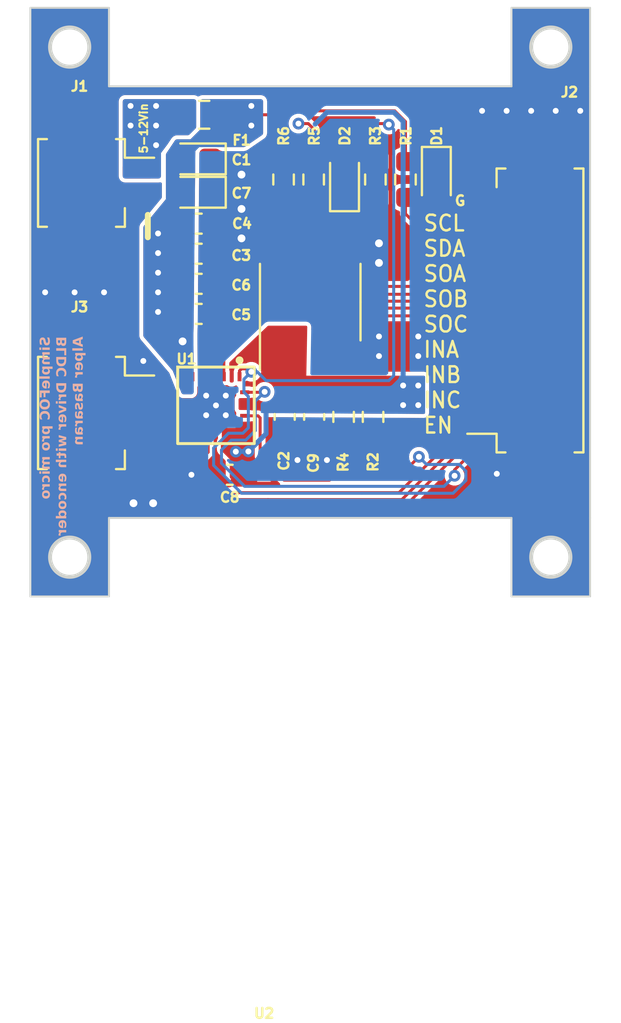
<source format=kicad_pcb>
(kicad_pcb (version 20240108) (generator "pcbnew") (generator_version "8.0")
  (layers (0 "F.Cu" signal) (31 "B.Cu" signal) (34 "B.Paste" user) (35 "F.Paste" user) (36 "B.SilkS" user "B.Silkscreen") (37 "F.SilkS" user "F.Silkscreen") (38 "B.Mask" user) (39 "F.Mask" user) (44 "Edge.Cuts" user))
  (net 0 "")
  (net 1 "GND")
  (net 2 "/Vin_Protected")
  (net 3 "/Motor drive/CS_AREF")
  (net 4 "/Motor drive/CP")
  (net 5 "/Motor drive/GAIN")
  (net 6 "/encoder/SCL")
  (net 7 "/encoder/SDA")
  (net 8 "/Motor drive/SO_C")
  (net 9 "/Motor drive/SO_B")
  (net 10 "/Motor drive/SO_A")
  (net 11 "/Motor drive/IN_C")
  (net 12 "/Motor drive/EN")
  (net 13 "/Motor drive/IN_B")
  (net 14 "/Motor drive/IN_A")
  (net 15 "/Motor drive/MOT_A")
  (net 16 "/Motor drive/MOT_B")
  (net 17 "/Motor drive/MOT_C")
  (net 18 "Net-(J1-Pin_1)")
  (net 19 "Net-(D1-A)")
  (net 20 "Net-(D2-K)")
  (net 21 "Net-(U1-nFault)")
  (footprint "Capacitor_SMD:C_0603_1608Metric_Pad1.08x0.95mm_HandSolder" (layer "F.Cu") (at -5.675 -2.466667 180)
    (property "Reference" "C3" (at -2.1625 -0.09 0) (layer "F.SilkS") (effects (font (size 0.5 0.5) (thickness 0.125))))
    (property "Value" "0.1u 25V")
    (fp_line (start -0.146267 0.51) (end 0.146267 0.51) (stroke (width 0.12)) (layer "F.SilkS"))
    (fp_line (start -0.146267 -0.51) (end 0.146267 -0.51) (stroke (width 0.12)) (layer "F.SilkS"))
    (pad "1" smd roundrect (at -0.8625 0 180) (size 1.075 0.95) (layers "F.Cu" "F.Paste" "F.Mask") (net 1 "GND"))
    (pad "2" smd roundrect (at 0.8625 0 180) (size 1.075 0.95) (layers "F.Cu" "F.Paste" "F.Mask") (net 2 "/Vin_Protected"))
  )
  (footprint "Fuse:Fuse_0805_2012Metric_Pad1.15x1.40mm_HandSolder" (layer "F.Cu") (at -5.4 -9.55)
    (property "Reference" "F1" (at 1.9 1.3 0) (layer "F.SilkS") (effects (font (size 0.5 0.5) (thickness 0.125))))
    (property "Value" "2A")
    (fp_line (start -0.261252 -0.71) (end 0.261252 -0.71) (stroke (width 0.12)) (layer "F.SilkS"))
    (fp_line (start -0.261252 0.71) (end 0.261252 0.71) (stroke (width 0.12)) (layer "F.SilkS"))
    (pad "1" smd roundrect (at -1.025 0) (size 1.15 1.4) (layers "F.Cu" "F.Paste" "F.Mask") (roundrect_rratio 0.217391) (net 18 "Net-(J1-Pin_1)"))
    (pad "2" smd roundrect (at 1.025 0) (size 1.15 1.4) (layers "F.Cu" "F.Paste" "F.Mask") (roundrect_rratio 0.217391) (net 2 "/Vin_Protected"))
  )
  (footprint "Resistor_SMD:R_0603_1608Metric_Pad0.98x0.95mm_HandSolder" (layer "F.Cu") (at 3.318 -6.25 -90)
    (property "Reference" "R3" (at -2.22 -0.004 90) (layer "F.SilkS") (effects (font (size 0.5 0.5) (thickness 0.125))))
    (property "Value" "4.7k")
    (fp_line (start -0.254724 0.5225) (end 0.254724 0.5225) (stroke (width 0.12)) (layer "F.SilkS"))
    (fp_line (start -0.254724 -0.5225) (end 0.254724 -0.5225) (stroke (width 0.12)) (layer "F.SilkS"))
    (pad "1" smd roundrect (at -0.9125 0 270) (size 0.975 0.95) (layers "F.Cu" "F.Paste" "F.Mask") (net 21 "Net-(U1-nFault)"))
    (pad "2" smd roundrect (at 0.9125 0 270) (size 0.975 0.95) (layers "F.Cu" "F.Paste" "F.Mask") (net 20 "Net-(D2-K)"))
  )
  (footprint "Package_SO:SOIC-8_3.9x4.9mm_P1.27mm" (layer "F.Cu") (at 0 0 90)
    (property "Reference" "U2" (at -36.2525 -2.3475 0) (layer "F.SilkS") (effects (font (size 0.5 0.5) (thickness 0.125))))
    (property "Value" "~")
    (fp_line (start 0 -2.56) (end 1.95 -2.56) (stroke (width 0.12)) (layer "F.SilkS"))
    (fp_line (start 0 -2.56) (end -3.45 -2.56) (stroke (width 0.12)) (layer "F.SilkS"))
    (fp_line (start 0 2.56) (end 1.95 2.56) (stroke (width 0.12)) (layer "F.SilkS"))
    (fp_line (start 0 2.56) (end -1.95 2.56) (stroke (width 0.12)) (layer "F.SilkS"))
    (pad "1" smd roundrect (at -2.475 -1.905 90) (size 1.95 0.6) (layers "F.Cu" "F.Paste" "F.Mask") (net 3 "/Motor drive/CS_AREF"))
    (pad "2" smd roundrect (at -2.475 -0.635 90) (size 1.95 0.6) (layers "F.Cu" "F.Paste" "F.Mask") (net 3 "/Motor drive/CS_AREF"))
    (pad "3" smd roundrect (at -2.475 0.635 90) (size 1.95 0.6) (layers "F.Cu" "F.Paste" "F.Mask"))
    (pad "4" smd roundrect (at -2.475 1.905 90) (size 1.95 0.6) (layers "F.Cu" "F.Paste" "F.Mask") (net 1 "GND"))
    (pad "5" smd roundrect (at 2.475 1.905 90) (size 1.95 0.6) (layers "F.Cu" "F.Paste" "F.Mask") (net 1 "GND"))
    (pad "6" smd roundrect (at 2.475 0.635 90) (size 1.95 0.6) (layers "F.Cu" "F.Paste" "F.Mask") (net 6 "/encoder/SCL"))
    (pad "7" smd roundrect (at 2.475 -0.635 90) (size 1.95 0.6) (layers "F.Cu" "F.Paste" "F.Mask") (net 7 "/encoder/SDA"))
    (pad "8" smd roundrect (at 2.475 -1.905 90) (size 1.95 0.6) (layers "F.Cu" "F.Paste" "F.Mask"))
  )
  (footprint "Capacitor_Tantalum_SMD:CP_EIA-1608-08_AVX-J" (layer "F.Cu") (at -5.8125 -7.3 180)
    (property "Reference" "C1" (at -2.3125 -0.05 0) (layer "F.SilkS") (effects (font (size 0.5 0.5) (thickness 0.125))))
    (property "Value" "10u 25V")
    (fp_line (start 0.8 -0.785) (end -1.51 -0.785) (stroke (width 0.12)) (layer "F.SilkS"))
    (fp_line (start -1.51 0.785) (end 0.8 0.785) (stroke (width 0.12)) (layer "F.SilkS"))
    (fp_line (start -1.51 -0.785) (end -1.51 0.785) (stroke (width 0.12)) (layer "F.SilkS"))
    (pad "1" smd roundrect (at -0.7125 0 180) (size 1.075 1.05) (layers "F.Cu" "F.Paste" "F.Mask") (roundrect_rratio 0.238095) (net 1 "GND"))
    (pad "2" smd roundrect (at 0.7125 0 180) (size 1.075 1.05) (layers "F.Cu" "F.Paste" "F.Mask") (roundrect_rratio 0.238095) (net 2 "/Vin_Protected"))
  )
  (footprint "LED_SMD:LED_0603_1608Metric_Pad1.05x0.95mm_HandSolder" (layer "F.Cu") (at 6.422 -6.25 -90)
    (property "Reference" "D1" (at -2.22 -0.016 90) (layer "F.SilkS") (effects (font (size 0.5 0.5) (thickness 0.125))))
    (property "Value" "white")
    (fp_line (start -1.66 0.735) (end 0.8 0.735) (stroke (width 0.12)) (layer "F.SilkS"))
    (fp_line (start -1.66 -0.735) (end -1.66 0.735) (stroke (width 0.12)) (layer "F.SilkS"))
    (fp_line (start 0.8 -0.735) (end -1.66 -0.735) (stroke (width 0.12)) (layer "F.SilkS"))
    (pad "1" smd roundrect (at -0.875 0 270) (size 1.05 0.95) (layers "F.Cu" "F.Paste" "F.Mask") (net 1 "GND"))
    (pad "2" smd roundrect (at 0.875 0 270) (size 1.05 0.95) (layers "F.Cu" "F.Paste" "F.Mask") (net 19 "Net-(D1-A)"))
  )
  (footprint "Resistor_SMD:R_0603_1608Metric_Pad0.98x0.95mm_HandSolder" (layer "F.Cu") (at 3.2 5.85 90)
    (property "Reference" "R2" (at -2.3 0 -90) (layer "F.SilkS") (effects (font (size 0.5 0.5) (thickness 0.125))))
    (property "Value" "5.1k")
    (fp_line (start -0.254724 -0.5225) (end 0.254724 -0.5225) (stroke (width 0.12)) (layer "F.SilkS"))
    (fp_line (start -0.254724 0.5225) (end 0.254724 0.5225) (stroke (width 0.12)) (layer "F.SilkS"))
    (pad "1" smd roundrect (at -0.9125 0 90) (size 0.975 0.95) (layers "F.Cu" "F.Paste" "F.Mask") (net 21 "Net-(U1-nFault)"))
    (pad "2" smd roundrect (at 0.9125 0 90) (size 0.975 0.95) (layers "F.Cu" "F.Paste" "F.Mask") (net 3 "/Motor drive/CS_AREF"))
  )
  (footprint "Capacitor_SMD:C_0603_1608Metric_Pad1.08x0.95mm_HandSolder" (layer "F.Cu") (at -1.3 5.85 90)
    (property "Reference" "C2" (at -2.24 -0.04 -90) (layer "F.SilkS") (effects (font (size 0.5 0.5) (thickness 0.125))))
    (property "Value" "0.1u 6.3V")
    (fp_line (start -0.146267 -0.51) (end 0.146267 -0.51) (stroke (width 0.12)) (layer "F.SilkS"))
    (fp_line (start -0.146267 0.51) (end 0.146267 0.51) (stroke (width 0.12)) (layer "F.SilkS"))
    (pad "1" smd roundrect (at -0.8625 0 90) (size 1.075 0.95) (layers "F.Cu" "F.Paste" "F.Mask") (net 1 "GND"))
    (pad "2" smd roundrect (at 0.8625 0 90) (size 1.075 0.95) (layers "F.Cu" "F.Paste" "F.Mask") (net 3 "/Motor drive/CS_AREF"))
  )
  (footprint "Resistor_SMD:R_0603_1608Metric_Pad0.98x0.95mm_HandSolder" (layer "F.Cu") (at 0.174 -6.25 90)
    (property "Reference" "R5" (at 2.22 0.032 -90) (layer "F.SilkS") (effects (font (size 0.5 0.5) (thickness 0.125))))
    (property "Value" "4.7k")
    (fp_line (start -0.254724 -0.5225) (end 0.254724 -0.5225) (stroke (width 0.12)) (layer "F.SilkS"))
    (fp_line (start -0.254724 0.5225) (end 0.254724 0.5225) (stroke (width 0.12)) (layer "F.SilkS"))
    (pad "1" smd roundrect (at -0.9125 0 90) (size 0.975 0.95) (layers "F.Cu" "F.Paste" "F.Mask") (net 6 "/encoder/SCL"))
    (pad "2" smd roundrect (at 0.9125 0 90) (size 0.975 0.95) (layers "F.Cu" "F.Paste" "F.Mask") (net 3 "/Motor drive/CS_AREF"))
  )
  (footprint "Capacitor_SMD:C_0603_1608Metric_Pad1.08x0.95mm_HandSolder" (layer "F.Cu") (at -5.675 -0.933334 180)
    (property "Reference" "C6" (at -2.1625 -0.07 0) (layer "F.SilkS") (effects (font (size 0.5 0.5) (thickness 0.125))))
    (property "Value" "0.1u 25V")
    (fp_line (start -0.146267 0.51) (end 0.146267 0.51) (stroke (width 0.12)) (layer "F.SilkS"))
    (fp_line (start -0.146267 -0.51) (end 0.146267 -0.51) (stroke (width 0.12)) (layer "F.SilkS"))
    (pad "1" smd roundrect (at -0.8625 0 180) (size 1.075 0.95) (layers "F.Cu" "F.Paste" "F.Mask") (net 1 "GND"))
    (pad "2" smd roundrect (at 0.8625 0 180) (size 1.075 0.95) (layers "F.Cu" "F.Paste" "F.Mask") (net 2 "/Vin_Protected"))
  )
  (footprint "Resistor_SMD:R_0603_1608Metric_Pad0.98x0.95mm_HandSolder" (layer "F.Cu") (at -1.358 -6.25 90)
    (property "Reference" "R6" (at 2.22 0.006 -90) (layer "F.SilkS") (effects (font (size 0.5 0.5) (thickness 0.125))))
    (property "Value" "4.7k")
    (fp_line (start -0.254724 -0.5225) (end 0.254724 -0.5225) (stroke (width 0.12)) (layer "F.SilkS"))
    (fp_line (start -0.254724 0.5225) (end 0.254724 0.5225) (stroke (width 0.12)) (layer "F.SilkS"))
    (pad "1" smd roundrect (at -0.9125 0 90) (size 0.975 0.95) (layers "F.Cu" "F.Paste" "F.Mask") (net 7 "/encoder/SDA"))
    (pad "2" smd roundrect (at 0.9125 0 90) (size 0.975 0.95) (layers "F.Cu" "F.Paste" "F.Mask") (net 3 "/Motor drive/CS_AREF"))
  )
  (footprint "Package_DFN_QFN:IC_DRV8311HRRWR" (layer "F.Cu") (at -4.8 5.265 -90)
    (property "Reference" "U1" (at -2.365 1.5 180) (layer "F.SilkS") (effects (font (size 0.5 0.5) (thickness 0.125))))
    (property "Value" "~")
    (fp_circle (center -2.3 -1.2) (end -2.2 -1.2) (stroke (width 0.2)) (fill none) (layer "F.SilkS"))
    (pad "1" smd roundrect (at -1.465 -1.2 270) (size 0.47 0.2) (layers "F.Cu" "F.Paste") (roundrect_rratio 0.04) (net 21 "Net-(U1-nFault)"))
    (pad "2" smd roundrect (at -1.465 -0.8 270) (size 0.47 0.2) (layers "F.Cu" "F.Paste") (roundrect_rratio 0.04) (net 3 "/Motor drive/CS_AREF"))
    (pad "3" smd roundrect (at -1.465 -0.4 270) (size 0.47 0.2) (layers "F.Cu" "F.Paste") (roundrect_rratio 0.04) (net 8 "/Motor drive/SO_C"))
    (pad "4" smd roundrect (at -1.465 0 270) (size 0.47 0.2) (layers "F.Cu" "F.Paste") (roundrect_rratio 0.04) (net 9 "/Motor drive/SO_B"))
    (pad "5" smd roundrect (at -1.465 0.4 270) (size 0.47 0.2) (layers "F.Cu" "F.Paste") (roundrect_rratio 0.04) (net 10 "/Motor drive/SO_A"))
    (pad "6" smd roundrect (at -1.465 0.8 270) (size 0.47 0.2) (layers "F.Cu" "F.Paste") (roundrect_rratio 0.04) (net 4 "/Motor drive/CP"))
    (pad "7" smd roundrect (at -1.465 1.2 270) (size 0.47 0.2) (layers "F.Cu" "F.Paste") (roundrect_rratio 0.04) (net 2 "/Vin_Protected"))
    (pad "8" smd roundrect (at -0.67 1.465 270) (size 0.2 0.47) (layers "F.Cu" "F.Paste") (roundrect_rratio 0.09) (net 2 "/Vin_Protected"))
    (pad "9" smd roundrect (at -0.27 1.465 270) (size 0.2 0.47) (layers "F.Cu" "F.Paste") (roundrect_rratio 0.09) (net 1 "GND"))
    (pad "10" smd roundrect (at 0.13 1.465 270) (size 0.2 0.47) (layers "F.Cu" "F.Paste") (roundrect_rratio 0.09) (net 15 "/Motor drive/MOT_A"))
    (pad "11" smd roundrect (at 0.53 1.465 270) (size 0.2 0.47) (layers "F.Cu" "F.Paste") (roundrect_rratio 0.09) (net 16 "/Motor drive/MOT_B"))
    (pad "12" smd roundrect (at 0.93 1.465 270) (size 0.2 0.47) (layers "F.Cu" "F.Paste") (roundrect_rratio 0.09) (net 17 "/Motor drive/MOT_C"))
    (pad "13" smd roundrect (at 1.465 1.2 270) (size 0.47 0.2) (layers "F.Cu" "F.Paste") (roundrect_rratio 0.04) (net 11 "/Motor drive/IN_C"))
    (pad "14" smd roundrect (at 1.465 0.8 270) (size 0.47 0.2) (layers "F.Cu" "F.Paste") (roundrect_rratio 0.04) (net 13 "/Motor drive/IN_B"))
    (pad "15" smd roundrect (at 1.465 0.4 270) (size 0.47 0.2) (layers "F.Cu" "F.Paste") (roundrect_rratio 0.04) (net 14 "/Motor drive/IN_A"))
    (pad "16" smd roundrect (at 1.465 0 270) (size 0.47 0.2) (layers "F.Cu" "F.Paste") (roundrect_rratio 0.04) (net 1 "GND"))
    (pad "17" smd roundrect (at 1.465 -0.4 270) (size 0.47 0.2) (layers "F.Cu" "F.Paste") (roundrect_rratio 0.04) (net 3 "/Motor drive/CS_AREF"))
    (pad "18" smd roundrect (at 1.465 -0.8 270) (size 0.47 0.2) (layers "F.Cu" "F.Paste") (roundrect_rratio 0.04) (net 3 "/Motor drive/CS_AREF"))
    (pad "19" smd roundrect (at 1.465 -1.2 270) (size 0.47 0.2) (layers "F.Cu" "F.Paste") (roundrect_rratio 0.04) (net 3 "/Motor drive/CS_AREF"))
    (pad "20" smd roundrect (at 0.93 -1.465 270) (size 0.2 0.47) (layers "F.Cu" "F.Paste") (roundrect_rratio 0.09) (net 3 "/Motor drive/CS_AREF"))
    (pad "21" smd roundrect (at 0.53 -1.465 270) (size 0.2 0.47) (layers "F.Cu" "F.Paste") (roundrect_rratio 0.09) (net 5 "/Motor drive/GAIN"))
    (pad "22" smd roundrect (at 0.13 -1.465 270) (size 0.2 0.47) (layers "F.Cu" "F.Paste") (roundrect_rratio 0.09) (net 3 "/Motor drive/CS_AREF"))
    (pad "23" smd roundrect (at -0.27 -1.465 270) (size 0.2 0.47) (layers "F.Cu" "F.Paste") (roundrect_rratio 0.09) (net 3 "/Motor drive/CS_AREF"))
    (pad "24" smd roundrect (at -0.67 -1.465 270) (size 0.2 0.47) (layers "F.Cu" "F.Paste") (roundrect_rratio 0.09) (net 12 "/Motor drive/EN"))
    (pad "25" thru_hole circle (at -0.5 -0.5 270) (size 0.6 0.6) (drill 0.3) (layers "*.Cu") (net 1 "GND"))
    (pad "25" thru_hole circle (at -0.5 0.5 270) (size 0.6 0.6) (drill 0.3) (layers "*.Cu") (net 1 "GND"))
    (pad "25" thru_hole circle (at 0 0 270) (size 0.6 0.6) (drill 0.3) (layers "*.Cu") (net 1 "GND"))
    (pad "25" smd rect (at 0 0 270) (size 1.9 1.9) (layers "F.Cu" "F.Mask") (net 1 "GND"))
    (pad "25" thru_hole circle (at 0.5 -0.5 270) (size 0.6 0.6) (drill 0.3) (layers "*.Cu") (net 1 "GND"))
    (pad "25" thru_hole circle (at 0.5 0.5 270) (size 0.6 0.6) (drill 0.3) (layers "*.Cu") (net 1 "GND"))
  )
  (footprint "Capacitor_Tantalum_SMD:CP_EIA-1608-08_AVX-J" (layer "F.Cu") (at -5.8125 -5.6 180)
    (property "Reference" "C7" (at -2.3125 -0.05 0) (layer "F.SilkS") (effects (font (size 0.5 0.5) (thickness 0.125))))
    (property "Value" "10u 25V")
    (fp_line (start 0.8 -0.785) (end -1.51 -0.785) (stroke (width 0.12)) (layer "F.SilkS"))
    (fp_line (start -1.51 0.785) (end 0.8 0.785) (stroke (width 0.12)) (layer "F.SilkS"))
    (fp_line (start -1.51 -0.785) (end -1.51 0.785) (stroke (width 0.12)) (layer "F.SilkS"))
    (pad "1" smd roundrect (at -0.7125 0 180) (size 1.075 1.05) (layers "F.Cu" "F.Paste" "F.Mask") (roundrect_rratio 0.238095) (net 1 "GND"))
    (pad "2" smd roundrect (at 0.7125 0 180) (size 1.075 1.05) (layers "F.Cu" "F.Paste" "F.Mask") (roundrect_rratio 0.238095) (net 2 "/Vin_Protected"))
  )
  (footprint "Connector_Molex:Molex_PicoBlade_53261-1071_1x10-1MP_P1.25mm_Horizontal" (layer "F.Cu") (at 11.2 0.425 90)
    (property "Reference" "J2" (at 11.125 2 0) (layer "F.SilkS") (effects (font (size 0.5 0.5) (thickness 0.125))))
    (property "Value" "Conn_01x10")
    (fp_line (start 7.235 -1.71) (end 6.285 -1.71) (stroke (width 0.12)) (layer "F.SilkS"))
    (fp_line (start -6.285 -1.71) (end -6.285 -3.2) (stroke (width 0.12)) (layer "F.SilkS"))
    (fp_line (start -7.235 -1.71) (end -6.285 -1.71) (stroke (width 0.12)) (layer "F.SilkS"))
    (fp_line (start 7.235 -1.26) (end 7.235 -1.71) (stroke (width 0.12)) (layer "F.SilkS"))
    (fp_line (start -7.235 -1.26) (end -7.235 -1.71) (stroke (width 0.12)) (layer "F.SilkS"))
    (fp_line (start -7.235 2.26) (end -7.235 2.71) (stroke (width 0.12)) (layer "F.SilkS"))
    (fp_line (start 7.235 2.71) (end 7.235 2.26) (stroke (width 0.12)) (layer "F.SilkS"))
    (fp_line (start -7.235 2.71) (end 7.235 2.71) (stroke (width 0.12)) (layer "F.SilkS"))
    (pad "1" smd roundrect (at -5.625 -2.4 90) (size 0.8 1.6) (layers "F.Cu" "F.Paste" "F.Mask") (net 12 "/Motor drive/EN"))
    (pad "2" smd roundrect (at -4.375 -2.4 90) (size 0.8 1.6) (layers "F.Cu" "F.Paste" "F.Mask") (net 11 "/Motor drive/IN_C"))
    (pad "3" smd roundrect (at -3.125 -2.4 90) (size 0.8 1.6) (layers "F.Cu" "F.Paste" "F.Mask") (net 13 "/Motor drive/IN_B"))
    (pad "4" smd roundrect (at -1.875 -2.4 90) (size 0.8 1.6) (layers "F.Cu" "F.Paste" "F.Mask") (net 14 "/Motor drive/IN_A"))
    (pad "5" smd roundrect (at -0.625 -2.4 90) (size 0.8 1.6) (layers "F.Cu" "F.Paste" "F.Mask") (net 8 "/Motor drive/SO_C"))
    (pad "6" smd roundrect (at 0.625 -2.4 90) (size 0.8 1.6) (layers "F.Cu" "F.Paste" "F.Mask") (net 9 "/Motor drive/SO_B"))
    (pad "7" smd roundrect (at 1.875 -2.4 90) (size 0.8 1.6) (layers "F.Cu" "F.Paste" "F.Mask") (net 10 "/Motor drive/SO_A"))
    (pad "8" smd roundrect (at 3.125 -2.4 90) (size 0.8 1.6) (layers "F.Cu" "F.Paste" "F.Mask") (net 7 "/encoder/SDA"))
    (pad "9" smd roundrect (at 4.375 -2.4 90) (size 0.8 1.6) (layers "F.Cu" "F.Paste" "F.Mask") (net 6 "/encoder/SCL"))
    (pad "10" smd roundrect (at 5.625 -2.4 90) (size 0.8 1.6) (layers "F.Cu" "F.Paste" "F.Mask") (net 1 "GND"))
    (pad "MP" smd roundrect (at -8.175 0.5 90) (size 2.1 3) (layers "F.Cu" "F.Paste" "F.Mask") (roundrect_rratio 0.119048))
    (pad "MP" smd roundrect (at 8.175 0.5 90) (size 2.1 3) (layers "F.Cu" "F.Paste" "F.Mask") (roundrect_rratio 0.119048))
  )
  (footprint "LED_SMD:LED_0603_1608Metric_Pad1.05x0.95mm_HandSolder" (layer "F.Cu") (at 1.746 -6.295 90)
    (property "Reference" "D2" (at 2.175 0.018 -90) (layer "F.SilkS") (effects (font (size 0.5 0.5) (thickness 0.125))))
    (property "Value" "red")
    (fp_line (start 0.8 -0.735) (end -1.66 -0.735) (stroke (width 0.12)) (layer "F.SilkS"))
    (fp_line (start -1.66 -0.735) (end -1.66 0.735) (stroke (width 0.12)) (layer "F.SilkS"))
    (fp_line (start -1.66 0.735) (end 0.8 0.735) (stroke (width 0.12)) (layer "F.SilkS"))
    (pad "1" smd roundrect (at -0.875 0 90) (size 1.05 0.95) (layers "F.Cu" "F.Paste" "F.Mask") (net 20 "Net-(D2-K)"))
    (pad "2" smd roundrect (at 0.875 0 90) (size 1.05 0.95) (layers "F.Cu" "F.Paste" "F.Mask") (net 3 "/Motor drive/CS_AREF"))
  )
  (footprint "Capacitor_SMD:C_0603_1608Metric_Pad1.08x0.95mm_HandSolder" (layer "F.Cu") (at 0.2 5.85 90)
    (property "Reference" "C9" (at -2.35 -0.04 -90) (layer "F.SilkS") (effects (font (size 0.5 0.5) (thickness 0.125))))
    (property "Value" "0.1u 6.3V")
    (fp_line (start -0.146267 -0.51) (end 0.146267 -0.51) (stroke (width 0.12)) (layer "F.SilkS"))
    (fp_line (start -0.146267 0.51) (end 0.146267 0.51) (stroke (width 0.12)) (layer "F.SilkS"))
    (pad "1" smd roundrect (at -0.8625 0 90) (size 1.075 0.95) (layers "F.Cu" "F.Paste" "F.Mask") (net 1 "GND"))
    (pad "2" smd roundrect (at 0.8625 0 90) (size 1.075 0.95) (layers "F.Cu" "F.Paste" "F.Mask") (net 3 "/Motor drive/CS_AREF"))
  )
  (footprint "Resistor_SMD:R_0603_1608Metric_Pad0.98x0.95mm_HandSolder" (layer "F.Cu") (at 1.7 5.85 90)
    (property "Reference" "R4" (at -2.3125 -0.025 -90) (layer "F.SilkS") (effects (font (size 0.5 0.5) (thickness 0.125))))
    (property "Value" "0")
    (fp_line (start -0.254724 -0.5225) (end 0.254724 -0.5225) (stroke (width 0.12)) (layer "F.SilkS"))
    (fp_line (start -0.254724 0.5225) (end 0.254724 0.5225) (stroke (width 0.12)) (layer "F.SilkS"))
    (pad "1" smd roundrect (at -0.9125 0 90) (size 0.975 0.95) (layers "F.Cu" "F.Paste" "F.Mask") (net 5 "/Motor drive/GAIN"))
    (pad "2" smd roundrect (at 0.9125 0 90) (size 0.975 0.95) (layers "F.Cu" "F.Paste" "F.Mask") (net 3 "/Motor drive/CS_AREF"))
  )
  (footprint "Capacitor_SMD:C_0603_1608Metric_Pad1.08x0.95mm_HandSolder" (layer "F.Cu") (at -5.675 -4 180)
    (property "Reference" "C4" (at -2.2 0 180) (layer "F.SilkS") (effects (font (size 0.5 0.5) (thickness 0.125))))
    (property "Value" "10u 25V")
    (fp_line (start -0.146267 0.51) (end 0.146267 0.51) (stroke (width 0.12)) (layer "F.SilkS"))
    (fp_line (start -0.146267 -0.51) (end 0.146267 -0.51) (stroke (width 0.12)) (layer "F.SilkS"))
    (pad "1" smd roundrect (at -0.8625 0 180) (size 1.075 0.95) (layers "F.Cu" "F.Paste" "F.Mask") (net 1 "GND"))
    (pad "2" smd roundrect (at 0.8625 0 180) (size 1.075 0.95) (layers "F.Cu" "F.Paste" "F.Mask") (net 2 "/Vin_Protected"))
  )
  (footprint "Connector_Molex:Molex_PicoBlade_53261-0271_1x02-1MP_P1.25mm_Horizontal" (layer "F.Cu") (at -11.15 -6.075 -90)
    (property "Reference" "J1" (at -4.925 0.6 0) (layer "F.SilkS") (effects (font (size 0.5 0.5) (thickness 0.125))))
    (property "Value" "Conn_01x02_Pin")
    (fp_line (start -2.235 2.71) (end 2.235 2.71) (stroke (width 0.12)) (layer "F.SilkS"))
    (fp_line (start 2.235 2.71) (end 2.235 2.26) (stroke (width 0.12)) (layer "F.SilkS"))
    (fp_line (start -2.235 2.26) (end -2.235 2.71) (stroke (width 0.12)) (layer "F.SilkS"))
    (fp_line (start -2.235 -1.26) (end -2.235 -1.71) (stroke (width 0.12)) (layer "F.SilkS"))
    (fp_line (start 2.235 -1.26) (end 2.235 -1.71) (stroke (width 0.12)) (layer "F.SilkS"))
    (fp_line (start -2.235 -1.71) (end -1.285 -1.71) (stroke (width 0.12)) (layer "F.SilkS"))
    (fp_line (start -1.285 -1.71) (end -1.285 -3.2) (stroke (width 0.12)) (layer "F.SilkS"))
    (fp_line (start 2.235 -1.71) (end 1.285 -1.71) (stroke (width 0.12)) (layer "F.SilkS"))
    (pad "1" smd roundrect (at -0.625 -2.4 270) (size 0.8 1.6) (layers "F.Cu" "F.Paste" "F.Mask") (net 18 "Net-(J1-Pin_1)"))
    (pad "2" smd roundrect (at 0.625 -2.4 270) (size 0.8 1.6) (layers "F.Cu" "F.Paste" "F.Mask") (net 1 "GND"))
    (pad "MP" smd roundrect (at -3.175 0.5 270) (size 2.1 3) (layers "F.Cu" "F.Paste" "F.Mask") (roundrect_rratio 0.119048))
    (pad "MP" smd roundrect (at 3.175 0.5 270) (size 2.1 3) (layers "F.Cu" "F.Paste" "F.Mask") (roundrect_rratio 0.119048))
  )
  (footprint "Connector_Molex:Molex_PicoBlade_53261-0371_1x03-1MP_P1.25mm_Horizontal" (layer "F.Cu") (at -11.15 5.65 -90)
    (property "Reference" "J3" (at -5.4 0.6 180) (layer "F.SilkS") (effects (font (size 0.5 0.5) (thickness 0.125))))
    (property "Value" "Conn_01x03")
    (fp_line (start -2.86 2.71) (end 2.86 2.71) (stroke (width 0.12)) (layer "F.SilkS"))
    (fp_line (start 2.86 2.71) (end 2.86 2.26) (stroke (width 0.12)) (layer "F.SilkS"))
    (fp_line (start -2.86 2.26) (end -2.86 2.71) (stroke (width 0.12)) (layer "F.SilkS"))
    (fp_line (start -2.86 -1.26) (end -2.86 -1.71) (stroke (width 0.12)) (layer "F.SilkS"))
    (fp_line (start 2.86 -1.26) (end 2.86 -1.71) (stroke (width 0.12)) (layer "F.SilkS"))
    (fp_line (start -2.86 -1.71) (end -1.91 -1.71) (stroke (width 0.12)) (layer "F.SilkS"))
    (fp_line (start -1.91 -1.71) (end -1.91 -3.2) (stroke (width 0.12)) (layer "F.SilkS"))
    (fp_line (start 2.86 -1.71) (end 1.91 -1.71) (stroke (width 0.12)) (layer "F.SilkS"))
    (pad "1" smd roundrect (at -1.25 -2.4 270) (size 0.8 1.6) (layers "F.Cu" "F.Paste" "F.Mask") (net 15 "/Motor drive/MOT_A"))
    (pad "2" smd roundrect (at 0 -2.4 270) (size 0.8 1.6) (layers "F.Cu" "F.Paste" "F.Mask") (net 16 "/Motor drive/MOT_B"))
    (pad "3" smd roundrect (at 1.25 -2.4 270) (size 0.8 1.6) (layers "F.Cu" "F.Paste" "F.Mask") (net 17 "/Motor drive/MOT_C"))
    (pad "MP" smd roundrect (at -3.8 0.5 270) (size 2.1 3) (layers "F.Cu" "F.Paste" "F.Mask") (roundrect_rratio 0.119048))
    (pad "MP" smd roundrect (at 3.8 0.5 270) (size 2.1 3) (layers "F.Cu" "F.Paste" "F.Mask") (roundrect_rratio 0.119048))
  )
  (footprint "Resistor_SMD:R_0603_1608Metric_Pad0.98x0.95mm_HandSolder" (layer "F.Cu") (at 4.85 -6.25 90)
    (property "Reference" "R1" (at 2.22 0.03 -90) (layer "F.SilkS") (effects (font (size 0.5 0.5) (thickness 0.125))))
    (property "Value" "1k")
    (fp_line (start -0.254724 -0.5225) (end 0.254724 -0.5225) (stroke (width 0.12)) (layer "F.SilkS"))
    (fp_line (start -0.254724 0.5225) (end 0.254724 0.5225) (stroke (width 0.12)) (layer "F.SilkS"))
    (pad "1" smd roundrect (at -0.9125 0 90) (size 0.975 0.95) (layers "F.Cu" "F.Paste" "F.Mask") (net 19 "Net-(D1-A)"))
    (pad "2" smd roundrect (at 0.9125 0 90) (size 0.975 0.95) (layers "F.Cu" "F.Paste" "F.Mask") (net 2 "/Vin_Protected"))
  )
  (footprint "Capacitor_SMD:C_0603_1608Metric_Pad1.08x0.95mm_HandSolder" (layer "F.Cu") (at -5.675 0.6)
    (property "Reference" "C5" (at 2.1625 0.05 180) (layer "F.SilkS") (effects (font (size 0.5 0.5) (thickness 0.125))))
    (property "Value" "0.1u 25V")
    (fp_line (start -0.146267 -0.51) (end 0.146267 -0.51) (stroke (width 0.12)) (layer "F.SilkS"))
    (fp_line (start -0.146267 0.51) (end 0.146267 0.51) (stroke (width 0.12)) (layer "F.SilkS"))
    (pad "1" smd roundrect (at -0.8625 0) (size 1.075 0.95) (layers "F.Cu" "F.Paste" "F.Mask") (net 2 "/Vin_Protected"))
    (pad "2" smd roundrect (at 0.8625 0) (size 1.075 0.95) (layers "F.Cu" "F.Paste" "F.Mask") (net 4 "/Motor drive/CP"))
  )
  (footprint "Capacitor_SMD:C_0603_1608Metric_Pad1.08x0.95mm_HandSolder" (layer "F.Cu") (at -4.1 8.8)
    (property "Reference" "C8" (at 0 1.15 0) (layer "F.SilkS") (effects (font (size 0.5 0.5) (thickness 0.125))))
    (property "Value" "7uf 6.3v")
    (fp_line (start -0.146267 -0.51) (end 0.146267 -0.51) (stroke (width 0.12)) (layer "F.SilkS"))
    (fp_line (start -0.146267 0.51) (end 0.146267 0.51) (stroke (width 0.12)) (layer "F.SilkS"))
    (pad "1" smd roundrect (at -0.8625 0) (size 1.075 0.95) (layers "F.Cu" "F.Paste" "F.Mask") (net 1 "GND"))
    (pad "2" smd roundrect (at 0.8625 0) (size 1.075 0.95) (layers "F.Cu" "F.Paste" "F.Mask") (net 3 "/Motor drive/CS_AREF"))
  )
  (gr_rect (start -6.75 3.31) (end -2.85 7.21) (stroke (width 0.15)) (fill none) (layer "F.SilkS"))
  (gr_line (start -10.25 15) (end -14.25 15) (stroke (width 0.1)) (layer "Edge.Cuts"))
  (gr_circle (center 12.25 -13) (end 13.25 -13) (stroke (width 0.2)) (fill none) (layer "Edge.Cuts"))
  (gr_line (start -14.25 -15) (end -14.25 15) (stroke (width 0.1)) (layer "Edge.Cuts"))
  (gr_line (start -14.25 -15) (end -10.25 -15) (stroke (width 0.1)) (layer "Edge.Cuts"))
  (gr_line (start -10.25 -11) (end 10.25 -11) (stroke (width 0.1)) (layer "Edge.Cuts"))
  (gr_line (start 10.25 -11) (end 10.25 -15) (stroke (width 0.1)) (layer "Edge.Cuts"))
  (gr_circle (center -12.25 -13) (end -11.25 -13) (stroke (width 0.2)) (fill none) (layer "Edge.Cuts"))
  (gr_line (start 10.25 -15) (end 14.25 -15) (stroke (width 0.1)) (layer "Edge.Cuts"))
  (gr_line (start 14.25 11) (end 14.25 15) (stroke (width 0.1)) (layer "Edge.Cuts"))
  (gr_line (start -10.25 11) (end 10.25 11) (stroke (width 0.1)) (layer "Edge.Cuts"))
  (gr_line (start -10.25 -15) (end -10.25 -11) (stroke (width 0.1)) (layer "Edge.Cuts"))
  (gr_circle (center 12.25 13) (end 11.25 13) (stroke (width 0.2)) (fill none) (layer "Edge.Cuts"))
  (gr_circle (center -12.25 13) (end -11.25 13) (stroke (width 0.2)) (fill none) (layer "Edge.Cuts"))
  (gr_line (start 14.25 11) (end 14.25 -11) (stroke (width 0.1)) (layer "Edge.Cuts"))
  (gr_line (start 10.25 15) (end 10.25 11) (stroke (width 0.1)) (layer "Edge.Cuts"))
  (gr_line (start 14.25 15) (end 10.25 15) (stroke (width 0.1)) (layer "Edge.Cuts"))
  (gr_line (start -10.25 15) (end -10.25 11) (stroke (width 0.1)) (layer "Edge.Cuts"))
  (gr_line (start 14.25 -15) (end 14.25 -11) (stroke (width 0.1)) (layer "Edge.Cuts"))
  (gr_text "SimpleFOC pro micro\nBLDC Driver with encoder\nAlper Basaran" (at -11.5 1.75 90) (layer "B.SilkS") (effects (font (size 0.5 0.5) (thickness 0.125) (bold yes)) (justify left bottom mirror)))
  (gr_text "\nSCL\nSDA\nSOA\nSOB\nSOC\nINA\nINB\nINC\nEN" (at 5.7 6.75 0) (layer "F.SilkS") (effects (font (size 0.8 0.75) (thickness 0.125) (bold yes)) (justify left bottom)))
  (gr_text "-" (at -7.5 -2.75 90) (layer "F.SilkS") (effects (font (size 1.5 1.5) (thickness 0.3) (bold yes)) (justify left bottom)))
  (gr_text "5-12Vin" (at -8.25 -7.525 90) (layer "F.SilkS") (effects (font (size 0.4 0.4) (thickness 0.1) (bold yes)) (justify left bottom)))
  (gr_text "G" (at 7.3 -4.875 0) (layer "F.SilkS") (effects (font (size 0.5 0.5) (thickness 0.125) (bold yes)) (justify left bottom)))
  (segment (start -4.9625 8.8) (end -6.05 8.8) (width 0.1524) (layer "F.Cu") (net 1))
  (via (at 3.5 -2) (size 0.8) (drill 0.4) (layers "F.Cu" "B.Cu") (net 1))
  (via (at -8 10.25) (size 0.8) (drill 0.4) (layers "F.Cu" "B.Cu") (net 1))
  (via (at -13.5 -0.5) (size 0.6) (drill 0.3) (layers "F.Cu" "B.Cu") (net 1))
  (via (at 3.5 2.75) (size 0.6) (drill 0.3) (layers "F.Cu" "B.Cu") (net 1))
  (via (at -9 10.25) (size 0.8) (drill 0.4) (layers "F.Cu" "B.Cu") (net 1))
  (via (at 10 -9.75) (size 0.6) (drill 0.3) (layers "F.Cu" "B.Cu") (net 1))
  (via (at 9.5 8.75) (size 0.6) (drill 0.3) (layers "F.Cu" "B.Cu") (net 1))
  (via (at -3.5 -3.25) (size 0.8) (drill 0.4) (layers "F.Cu" "B.Cu") (net 1))
  (via (at -3.5 -4.75) (size 0.8) (drill 0.4) (layers "F.Cu" "B.Cu") (net 1))
  (via (at 0.85 8.05) (size 0.6) (drill 0.3) (layers "F.Cu" "B.Cu") (net 1))
  (via (at 3.5 1.75) (size 0.6) (drill 0.3) (layers "F.Cu" "B.Cu") (net 1))
  (via (at -0.65 8.05) (size 0.6) (drill 0.3) (layers "F.Cu" "B.Cu") (net 1))
  (via (at -12 -0.5) (size 0.6) (drill 0.3) (layers "F.Cu" "B.Cu") (net 1))
  (via (at 11.25 -9.75) (size 0.6) (drill 0.3) (layers "F.Cu" "B.Cu") (net 1))
  (via (at 13.75 -9.75) (size 0.6) (drill 0.3) (layers "F.Cu" "B.Cu") (net 1))
  (via (at -10.5 -0.5) (size 0.6) (drill 0.3) (layers "F.Cu" "B.Cu") (net 1))
  (via (at 5.5 2.75) (size 0.6) (drill 0.3) (layers "F.Cu" "B.Cu") (net 1))
  (via (at -8.5 3) (size 0.6) (drill 0.3) (layers "F.Cu" "B.Cu") (net 1))
  (via (at 12.5 -9.75) (size 0.6) (drill 0.3) (layers "F.Cu" "B.Cu") (net 1))
  (via (at 3.5 -3) (size 0.8) (drill 0.4) (layers "F.Cu" "B.Cu") (net 1))
  (via (at 8.75 -9.75) (size 0.6) (drill 0.3) (layers "F.Cu" "B.Cu") (net 1))
  (via (at -6.05 8.8) (size 0.6) (drill 0.3) (layers "F.Cu" "B.Cu") (net 1))
  (via (at -3.5 -6.5) (size 0.8) (drill 0.4) (layers "F.Cu" "B.Cu") (net 1))
  (via (at 5.5 1.75) (size 0.6) (drill 0.3) (layers "F.Cu" "B.Cu") (net 1))
  (segment (start -1.95 -9.55) (end -1.75 -9.75) (width 0.1524) (layer "F.Cu") (net 2))
  (segment (start -1.75 -9.75) (end -1.65 -9.75) (width 0.1524) (layer "F.Cu") (net 2))
  (segment (start 4.3 -9.75) (end 4.85 -9.2) (width 0.1524) (layer "F.Cu") (net 2))
  (segment (start -4.375 -9.55) (end -1.95 -9.55) (width 0.1524) (layer "F.Cu") (net 2))
  (segment (start 4.85 -9.2) (end 4.85 -7.1625) (width 0.1524) (layer "F.Cu") (net 2))
  (segment (start -1.65 -9.75) (end 4.3 -9.75) (width 0.1524) (layer "F.Cu") (net 2))
  (via (at -7.75 -0.5) (size 0.6) (drill 0.3) (layers "F.Cu" "B.Cu") (net 2))
  (via (at -3 -10) (size 0.6) (drill 0.3) (layers "F.Cu" "B.Cu") (net 2))
  (via (at -6.5 2) (size 0.8) (drill 0.4) (layers "F.Cu" "B.Cu") (net 2))
  (via (at -7.75 -1.5) (size 0.6) (drill 0.3) (layers "F.Cu" "B.Cu") (net 2))
  (via (at -7.75 -3.5) (size 0.6) (drill 0.3) (layers "F.Cu" "B.Cu") (net 2))
  (via (at -7.75 0.5) (size 0.6) (drill 0.3) (layers "F.Cu" "B.Cu") (net 2))
  (via (at -7.75 -2.5) (size 0.6) (drill 0.3) (layers "F.Cu" "B.Cu") (net 2))
  (via (at -3 -9) (size 0.6) (drill 0.3) (layers "F.Cu" "B.Cu") (net 2))
  (segment (start -2.343691 8.623691) (end -1.656082 9.3113) (width 0.25) (layer "F.Cu") (net 3))
  (segment (start 0 -8.4) (end 0.2 -8.4) (width 0.1524) (layer "F.Cu") (net 3))
  (segment (start -1.2 -8.4) (end -0.95 -8.4) (width 0.1524) (layer "F.Cu") (net 3))
  (segment (start -0.1 -9.1) (end -0.6 -9.1) (width 0.1524) (layer "F.Cu") (net 3))
  (segment (start 1.746 -8.204) (end 1.746 -7.17) (width 0.1524) (layer "F.Cu") (net 3))
  (segment (start -2.895153 8.072229) (end -1.656082 9.3113) (width 0.25) (layer "F.Cu") (net 3))
  (segment (start 1.55 -8.4) (end 1.746 -8.204) (width 0.1524) (layer "F.Cu") (net 3))
  (segment (start -4.1 9.277076) (end -4.134224 9.3113) (width 0.25) (layer "F.Cu") (net 3))
  (segment (start -0.95 -8.4) (end 0 -8.4) (width 0.1524) (layer "F.Cu") (net 3))
  (segment (start 0.2 -8.4) (end 0.2 -8.8) (width 0.1524) (layer "F.Cu") (net 3))
  (segment (start -2.523691 8.623691) (end -2.343691 8.623691) (width 0.25) (layer "F.Cu") (net 3))
  (segment (start -1.690306 9.277076) (end -4.1 9.277076) (width 0.25) (layer "F.Cu") (net 3))
  (segment (start -1.656082 9.3113) (end -1.690306 9.277076) (width 0.25) (layer "F.Cu") (net 3))
  (segment (start -1.358 -8.242) (end -1.2 -8.4) (width 0.1524) (layer "F.Cu") (net 3))
  (segment (start -4.134224 9.3113) (end -2.895153 8.072229) (width 0.25) (layer "F.Cu") (net 3))
  (segment (start -1.358 -7.1625) (end -1.358 -8.242) (width 0.1524) (layer "F.Cu") (net 3))
  (segment (start -3.2375 8.8) (end -2.7 8.8) (width 0.25) (layer "F.Cu") (net 3))
  (segment (start 0.2 -8.4) (end 1.55 -8.4) (width 0.1524) (layer "F.Cu") (net 3))
  (segment (start -2.7 8.8) (end -2.523691 8.623691) (width 0.25) (layer "F.Cu") (net 3))
  (segment (start 0.2 -8.8) (end -0.1 -9.1) (width 0.1524) (layer "F.Cu") (net 3))
  (via (at 5.5 5.25) (size 0.6) (drill 0.3) (layers "F.Cu" "B.Cu") (net 3))
  (via (at 4.73 4.25) (size 0.6) (drill 0.3) (layers "F.Cu" "B.Cu") (net 3))
  (via (at 5.5 4.25) (size 0.6) (drill 0.3) (layers "F.Cu" "B.Cu") (net 3))
  (via (at -0.6 -9.1) (size 0.6) (drill 0.3) (layers "F.Cu" "B.Cu") (net 3))
  (via (at -3.15 7.61) (size 0.6) (drill 0.3) (layers "F.Cu" "B.Cu") (net 3))
  (via (at 4.73 5.25) (size 0.6) (drill 0.3) (layers "F.Cu" "B.Cu") (net 3))
  (via (at -3.79 7.62) (size 0.6) (drill 0.3) (layers "F.Cu" "B.Cu") (net 3))
  (segment (start 4.73 3.25) (end 4.73 -9.206712) (width 0.254) (layer "B.Cu") (net 3))
  (segment (start -3.25 7.6) (end -3.35 7.6) (width 0.1524) (layer "B.Cu") (net 3))
  (segment (start -3.78 7.61) (end -3.79 7.62) (width 0.254) (layer "B.Cu") (net 3))
  (segment (start -2.963 7.423) (end -3.15 7.61) (width 0.254) (layer "B.Cu") (net 3))
  (segment (start 4.73 -9.206712) (end 4.343356 -9.593356) (width 0.254) (layer "B.Cu") (net 3))
  (segment (start 4.343356 -9.593356) (end 4.259712 -9.677) (width 0.254) (layer "B.Cu") (net 3))
  (segment (start 4.259712 -9.677) (end 0.8532 -9.677) (width 0.254) (layer "B.Cu") (net 3))
  (segment (start -3.15 7.61) (end -2.25 6.71) (width 0.254) (layer "B.Cu") (net 3))
  (segment (start -2.25 6.71) (end -2.25 5.5) (width 0.254) (layer "B.Cu") (net 3))
  (segment (start 4.73 3.25) (end 4.73 4.25) (width 0.254) (layer "B.Cu") (net 3))
  (segment (start 0.8532 -9.677) (end 0.25 -9.0738) (width 0.254) (layer "B.Cu") (net 3))
  (segment (start -3.15 7.61) (end -3.78 7.61) (width 0.254) (layer "B.Cu") (net 3))
  (segment (start -0.8 9.075) (end -1.325 9.075) (width 0.1524) (layer "F.Cu") (net 5))
  (segment (start -2.6574 5.795) (end -3.335 5.795) (width 0.1524) (layer "F.Cu") (net 5))
  (segment (start -2.5524 5.9) (end -2.6574 5.795) (width 0.1524) (layer "F.Cu") (net 5))
  (segment (start -2.5524 7.8476) (end -2.5524 5.9) (width 0.1524) (layer "F.Cu") (net 5))
  (segment (start 0.975 9.075) (end 1.7 8.35) (width 0.1524) (layer "F.Cu") (net 5))
  (segment (start -1.325 9.075) (end -2.5524 7.8476) (width 0.1524) (layer "F.Cu") (net 5))
  (segment (start -0.8 9.075) (end 0.975 9.075) (width 0.1524) (layer "F.Cu") (net 5))
  (segment (start 1.7 8.35) (end 1.7 6.7625) (width 0.1524) (layer "F.Cu") (net 5))
  (segment (start 0.635 -2.475) (end 0.635 -1.115) (width 0.1524) (layer "F.Cu") (net 6))
  (segment (start 0.174 -4.326) (end 0.635 -3.865) (width 0.1524) (layer "F.Cu") (net 6))
  (segment (start 0.635 -1.115) (end 0.95 -0.8) (width 0.1524) (layer "F.Cu") (net 6))
  (segment (start 5.101632 -0.8) (end 7.4125 -3.110868) (width 0.1524) (layer "F.Cu") (net 6))
  (segment (start 7.75 -3.875) (end 8.85 -3.875) (width 0.1524) (layer "F.Cu") (net 6))
  (segment (start 0.635 -3.865) (end 0.635 -2.475) (width 0.1524) (layer "F.Cu") (net 6))
  (segment (start 7.4125 -3.5375) (end 7.75 -3.875) (width 0.1524) (layer "F.Cu") (net 6))
  (segment (start 0.95 -0.8) (end 5.101632 -0.8) (width 0.1524) (layer "F.Cu") (net 6))
  (segment (start 7.4125 -3.110868) (end 7.4125 -3.5375) (width 0.1524) (layer "F.Cu") (net 6))
  (segment (start 0.174 -5.3375) (end 0.174 -4.326) (width 0.1524) (layer "F.Cu") (net 6))
  (segment (start -0.635 -0.885) (end -0.15 -0.4) (width 0.1524) (layer "F.Cu") (net 7))
  (segment (start 7.425 -2.625) (end 8.85 -2.625) (width 0.1524) (layer "F.Cu") (net 7))
  (segment (start -0.15 -0.4) (end 5.2 -0.4) (width 0.1524) (layer "F.Cu") (net 7))
  (segment (start 5.2 -0.4) (end 7.425 -2.625) (width 0.1524) (layer "F.Cu") (net 7))
  (segment (start -1.358 -4.308) (end -1.358 -5.3375) (width 0.1524) (layer "F.Cu") (net 7))
  (segment (start -0.635 -3.585) (end -1.358 -4.308) (width 0.1524) (layer "F.Cu") (net 7))
  (segment (start -0.635 -2.475) (end -0.635 -3.585) (width 0.1524) (layer "F.Cu") (net 7))
  (segment (start -0.635 -2.475) (end -0.635 -0.885) (width 0.1524) (layer "F.Cu") (net 7))
  (segment (start -2.25 0.7) (end -2.725 1.175) (width 0.1524) (layer "F.Cu") (net 8))
  (segment (start -0.796831 0.7) (end 7.125 0.7) (width 0.1524) (layer "F.Cu") (net 8))
  (segment (start -4.4 3.8) (end -4.4 2.85) (width 0.1524) (layer "F.Cu") (net 8))
  (segment (start 7.125 0.7) (end 7.55 1.125) (width 0.1524) (layer "F.Cu") (net 8))
  (segment (start 7.55 1.125) (end 8.85 1.125) (width 0.1524) (layer "F.Cu") (net 8))
  (segment (start -4.4 2.85) (end -2.725 1.175) (width 0.1524) (layer "F.Cu") (net 8))
  (segment (start -0.796831 0.7) (end -2.25 0.7) (width 0.1524) (layer "F.Cu") (net 8))
  (segment (start 8.85 -0.125) (end 6.075 -0.125) (width 0.1524) (layer "F.Cu") (net 9))
  (segment (start 6.075 -0.125) (end 5.6452 0.3048) (width 0.1524) (layer "F.Cu") (net 9))
  (segment (start 5.6452 0.3048) (end -2.353168 0.3048) (width 0.1524) (layer "F.Cu") (net 9))
  (segment (start -4.8 2.751632) (end -4.8 3.8) (width 0.1524) (layer "F.Cu") (net 9))
  (segment (start -2.353168 0.3048) (end -4.8 2.751632) (width 0.1524) (layer "F.Cu") (net 9))
  (segment (start -5.2 3.8) (end -5.2 2.8) (width 0.1524) (layer "F.Cu") (net 10))
  (segment (start -5.2 2.653264) (end -5.2 2.8) (width 0.1524) (layer "F.Cu") (net 10))
  (segment (start -2.499136 -0.0476) (end -5.2 2.653264) (width 0.1524) (layer "F.Cu") (net 10))
  (segment (start 6.775 -1.375) (end 8.85 -1.375) (width 0.1524) (layer "F.Cu") (net 10))
  (segment (start 5.4476 -0.0476) (end -2.499136 -0.0476) (width 0.1524) (layer "F.Cu") (net 10))
  (segment (start -5.2 2.8) (end -5.2 2.65) (width 0.1524) (layer "F.Cu") (net 10))
  (segment (start 5.4476 -0.0476) (end 6.775 -1.375) (width 0.1524) (layer "F.Cu") (net 10))
  (segment (start -6 7.05) (end -6.0048 7.05) (width 0.1524) (layer "F.Cu") (net 11))
  (segment (start 7.7738 7.455998) (end 7.7738 5.15) (width 0.1524) (layer "F.Cu") (net 11))
  (segment (start 4.812498 10.4173) (end 7.7738 7.455998) (width 0.1524) (layer "F.Cu") (net 11))
  (segment (start -6.25 7.2952) (end -6.88033 7.2952) (width 0.1524) (layer "F.Cu") (net 11))
  (segment (start -7.4048 7.81967) (end -7.4048 9.291936) (width 0.1524) (layer "F.Cu") (net 11))
  (segment (start 8.0488 4.875) (end 8.85 4.875) (width 0.1524) (layer "F.Cu") (net 11))
  (segment (start -6.279438 10.4173) (end 4.812498 10.4173) (width 0.1524) (layer "F.Cu") (net 11))
  (segment (start -6.0048 7.05) (end -6.25 7.2952) (width 0.1524) (layer "F.Cu") (net 11))
  (segment (start -6 6.73) (end -6 7.05) (width 0.1524) (layer "F.Cu") (net 11))
  (segment (start -6.88033 7.2952) (end -7.4048 7.81967) (width 0.1524) (layer "F.Cu") (net 11))
  (segment (start 7.7738 5.15) (end 8.0488 4.875) (width 0.1524) (layer "F.Cu") (net 11))
  (segment (start -7.4048 9.291936) (end -6.279438 10.4173) (width 0.1524) (layer "F.Cu") (net 11))
  (segment (start 8.5 7.4) (end 7.35 8.55) (width 0.1524) (layer "F.Cu") (net 12))
  (segment (start -3.335 4.595) (end -2.344718 4.595) (width 0.1524) (layer "F.Cu") (net 12))
  (segment (start 8.85 6.125) (end 8.85 7.05) (width 0.1524) (layer "F.Cu") (net 12))
  (segment (start 8.85 7.05) (end 8.5 7.4) (width 0.1524) (layer "F.Cu") (net 12))
  (segment (start -2.344718 4.595) (end -2.321469 4.571751) (width 0.1524) (layer "F.Cu") (net 12))
  (segment (start 7.35 8.55) (end 7.35 8.85) (width 0.1524) (layer "F.Cu") (net 12))
  (via (at 7.35 8.85) (size 0.6) (drill 0.3) (layers "F.Cu" "B.Cu") (net 12))
  (via (at -2.321469 4.571751) (size 0.6) (drill 0.3) (layers "F.Cu" "B.Cu") (net 12))
  (segment (start -4.01867 7.0338) (end -4.52 7.53513) (width 0.1524) (layer "B.Cu") (net 12))
  (segment (start 6.81 9.39) (end 7.35 8.85) (width 0.1524) (layer "B.Cu") (net 12))
  (segment (start -3.2838 7.0338) (end -4.01867 7.0338) (width 0.1524) (layer "B.Cu") (net 12))
  (segment (start -2.8 5.050282) (end -2.321469 4.571751) (width 0.1524) (layer "B.Cu") (net 12))
  (segment (start -2.8 6.55) (end -3.2838 7.0338) (width 0.1524) (layer "B.Cu") (net 12))
  (segment (start -4.52 8.21) (end -3.34 9.39) (width 0.1524) (layer "B.Cu") (net 12))
  (segment (start -4.52 7.53513) (end -4.52 8.21) (width 0.1524) (layer "B.Cu") (net 12))
  (segment (start -2.8 6.55) (end -2.8 5.050282) (width 0.1524) (layer "B.Cu") (net 12))
  (segment (start -3.34 9.39) (end 6.81 9.39) (width 0.1524) (layer "B.Cu") (net 12))
  (segment (start -7.0524 9.145968) (end -6.386684 9.811684) (width 0.1524) (layer "F.Cu") (net 13))
  (segment (start 5.003215 9.728215) (end 7.3536 7.37783) (width 0.1524) (layer "F.Cu") (net 13))
  (segment (start 7.3536 4.25) (end 7.9786 3.625) (width 0.1524) (layer "F.Cu") (net 13))
  (segment (start 4.66653 10.0649) (end 5.003215 9.728215) (width 0.1524) (layer "F.Cu") (net 13))
  (segment (start 7.3536 7.37783) (end 7.3536 4.25) (width 0.1524) (layer "F.Cu") (net 13))
  (segment (start -7.0524 8.1) (end -7.0524 9.145968) (width 0.1524) (layer "F.Cu") (net 13))
  (segment (start -5.6 7.3) (end -5.9476 7.6476) (width 0.1524) (layer "F.Cu") (net 13))
  (segment (start 7.9786 3.625) (end 8.85 3.625) (width 0.1524) (layer "F.Cu") (net 13))
  (segment (start -5.6 6.73) (end -5.6 7.3) (width 0.1524) (layer "F.Cu") (net 13))
  (segment (start -6.133469 10.0649) (end -2.15 10.0649) (width 0.1524) (layer "F.Cu") (net 13))
  (segment (start -6.6 7.6476) (end -7.0524 8.1) (width 0.1524) (layer "F.Cu") (net 13))
  (segment (start -6.386684 9.811684) (end -6.133469 10.0649) (width 0.1524) (layer "F.Cu") (net 13))
  (segment (start -5.9476 7.6476) (end -6.6 7.6476) (width 0.1524) (layer "F.Cu") (net 13))
  (segment (start -2.15 10.0649) (end 4.66653 10.0649) (width 0.1524) (layer "F.Cu") (net 13))
  (segment (start -5.2 6.73) (end -5.2 7.648368) (width 0.1524) (layer "F.Cu") (net 14))
  (segment (start -6.45 8) (end -6.7 8.25) (width 0.1524) (layer "F.Cu") (net 14))
  (segment (start -5.2 7.648368) (end -5.551632 8) (width 0.1524) (layer "F.Cu") (net 14))
  (segment (start -5.551632 8) (end -6.45 8) (width 0.1524) (layer "F.Cu") (net 14))
  (segment (start -5.9875 9.7125) (end 4.520562 9.7125) (width 0.1524) (layer "F.Cu") (net 14))
  (segment (start 4.520562 9.7125) (end 7.0012 7.231862) (width 0.1524) (layer "F.Cu") (net 14))
  (segment (start 7.0012 7.231862) (end 7.0012 3.6) (width 0.1524) (layer "F.Cu") (net 14))
  (segment (start 7.0012 3.6) (end 8.2262 2.375) (width 0.1524) (layer "F.Cu") (net 14))
  (segment (start -6.7 9) (end -5.9875 9.7125) (width 0.1524) (layer "F.Cu") (net 14))
  (segment (start 8.2262 2.375) (end 8.85 2.375) (width 0.1524) (layer "F.Cu") (net 14))
  (segment (start -6.7 8.25) (end -6.7 9) (width 0.1524) (layer "F.Cu") (net 14))
  (via (at -9.15 -10) (size 0.6) (drill 0.3) (layers "F.Cu" "B.Cu") (net 18))
  (via (at -7.85 -8) (size 0.6) (drill 0.3) (layers "F.Cu" "B.Cu") (net 18))
  (via (at -7.85 -9) (size 0.6) (drill 0.3) (layers "F.Cu" "B.Cu") (net 18))
  (via (at -7.85 -10) (size 0.6) (drill 0.3) (layers "F.Cu" "B.Cu") (net 18))
  (via (at -9.15 -9) (size 0.6) (drill 0.3) (layers "F.Cu" "B.Cu") (net 18))
  (segment (start 6.1 -4.15) (end 5.2 -4.15) (width 0.1524) (layer "F.Cu") (net 19))
  (segment (start 4.85 -5.3375) (end 4.85 -4.5) (width 0.1524) (layer "F.Cu") (net 19))
  (segment (start 6.422 -5.375) (end 6.422 -4.472) (width 0.1524) (layer "F.Cu") (net 19))
  (segment (start 4.85 -4.5) (end 5.2 -4.15) (width 0.1524) (layer "F.Cu") (net 19))
  (segment (start 6.422 -4.472) (end 6.1 -4.15) (width 0.1524) (layer "F.Cu") (net 19))
  (segment (start 1.746 -5.42) (end 1.746 -4.754) (width 0.1524) (layer "F.Cu") (net 20))
  (segment (start 2.15 -4.35) (end 2.9 -4.35) (width 0.1524) (layer "F.Cu") (net 20))
  (segment (start 3.318 -4.768) (end 2.9 -4.35) (width 0.1524) (layer "F.Cu") (net 20))
  (segment (start 3.318 -5.3375) (end 3.318 -4.768) (width 0.1524) (layer "F.Cu") (net 20))
  (segment (start 1.746 -4.754) (end 2.15 -4.35) (width 0.1524) (layer "F.Cu") (net 20))
  (segment (start -3.6 3.8) (end -3.6 3.5) (width 0.1524) (layer "F.Cu") (net 21))
  (segment (start 3.45 -9.1) (end 3.95 -9.1) (width 0.1524) (layer "F.Cu") (net 21))
  (segment (start 3.318 -7.1625) (end 3.318 -8.968) (width 0.1524) (layer "F.Cu") (net 21))
  (segment (start -3.3 3.4) (end -3.15 3.4) (width 0.1524) (layer "F.Cu") (net 21))
  (segment (start 3.318 -8.968) (end 3.45 -9.1) (width 0.1524) (layer "F.Cu") (net 21))
  (segment (start -3.5 3.4) (end -3.3 3.4) (width 0.1524) (layer "F.Cu") (net 21))
  (segment (start 3.2 6.7625) (end 3.2 7.95) (width 0.1524) (layer "F.Cu") (net 21))
  (segment (start -3.15 3.4) (end -3 3.55) (width 0.1524) (layer "F.Cu") (net 21))
  (segment (start 3.95 -9.1) (end 4 -9.05) (width 0.1524) (layer "F.Cu") (net 21))
  (segment (start 3.2 7.95) (end 3.6476 8.3976) (width 0.1524) (layer "F.Cu") (net 21))
  (segment (start -3.6 3.5) (end -3.5 3.4) (width 0.1524) (layer "F.Cu") (net 21))
  (segment (start 3.6476 8.3976) (end 5.020592 8.3976) (width 0.1524) (layer "F.Cu") (net 21))
  (segment (start 5.020592 8.3976) (end 5.534096 7.884096) (width 0.1524) (layer "F.Cu") (net 21))
  (via (at 5.534096 7.884096) (size 0.6) (drill 0.3) (layers "F.Cu" "B.Cu") (net 21))
  (via (at -3 3.55) (size 0.6) (drill 0.3) (layers "F.Cu" "B.Cu") (net 21))
  (via (at 4 -9.05) (size 0.6) (drill 0.3) (layers "F.Cu" "B.Cu") (net 21))
  (segment (start 7.9262 9.08867) (end 7.9262 8.61133) (width 0.1524) (layer "B.Cu") (net 21))
  (segment (start 7.16 8.2738) (end 5.9238 8.2738) (width 0.1524) (layer "B.Cu") (net 21))
  (segment (start -3.429768 6.6814) (end -4.164638 6.6814) (width 0.1524) (layer "B.Cu") (net 21))
  (segment (start -3.1524 4.81247) (end -3.1524 6.404032) (width 0.1524) (layer "B.Cu") (net 21))
  (segment (start 7.64487 8.33) (end 7.58867 8.2738) (width 0.1524) (layer "B.Cu") (net 21))
  (segment (start -2.7 3.55) (end -2.25 4) (width 0.1524) (layer "B.Cu") (net 21))
  (segment (start 7.58867 8.2738) (end 7.16 8.2738) (width 0.1524) (layer "B.Cu") (net 21))
  (segment (start 7.27247 9.7424) (end 7.9262 9.08867) (width 0.1524) (layer "B.Cu") (net 21))
  (segment (start -2.25 4) (end 4 4) (width 0.1524) (layer "B.Cu") (net 21))
  (segment (start -3.3762 3.9262) (end -3.3762 4.58867) (width 0.1524) (layer "B.Cu") (net 21))
  (segment (start 4.25 3.75) (end 4.25 -8.8) (width 0.1524) (layer "B.Cu") (net 21))
  (segment (start -4.164638 6.6814) (end -4.92 7.436762) (width 0.1524) (layer "B.Cu") (net 21))
  (segment (start -3.3762 4.58867) (end -3.1524 4.81247) (width 0.1524) (layer "B.Cu") (net 21))
  (segment (start 5.9238 8.2738) (end 5.534096 7.884096) (width 0.1524) (layer "B.Cu") (net 21))
  (segment (start -3.4976 9.7424) (end 2.63 9.7424) (width 0.1524) (layer "B.Cu") (net 21))
  (segment (start 2.63 9.7424) (end 7.27247 9.7424) (width 0.1524) (layer "B.Cu") (net 21))
  (segment (start 4 4) (end 4.25 3.75) (width 0.1524) (layer "B.Cu") (net 21))
  (segment (start -4.92 8.32) (end -3.4976 9.7424) (width 0.1524) (layer "B.Cu") (net 21))
  (segment (start -3 3.55) (end -2.7 3.55) (width 0.1524) (layer "B.Cu") (net 21))
  (segment (start 4.25 -8.8) (end 4 -9.05) (width 0.1524) (layer "B.Cu") (net 21))
  (segment (start -3.1524 6.404032) (end -3.429768 6.6814) (width 0.1524) (layer "B.Cu") (net 21))
  (segment (start 7.9262 8.61133) (end 7.64487 8.33) (width 0.1524) (layer "B.Cu") (net 21))
  (segment (start -4.92 7.436762) (end -4.92 8.32) (width 0.1524) (layer "B.Cu") (net 21))
  (segment (start -3 3.55) (end -3.3762 3.9262) (width 0.1524) (layer "B.Cu") (net 21))
  (zone (net 16) (net_name "/Motor drive/MOT_B") (layer "F.Cu") (priority 5) (connect_pads yes (clearance 0.1524)) (min_thickness 0.025) (fill yes (thermal_gap 0.5) (thermal_bridge_width 0.5))
    (polygon (pts (xy -6.03 5.9) (xy -6.53 5.9) (xy -6.68 5.9) (xy -7.105 5.975) (xy -7.33 6.15) (xy -9.605 6.15) (xy -9.605 5.25) (xy -7.68 5.225) (xy -7.105 5.695) (xy -6.03 5.695)))
  )
  (zone (net 4) (net_name "/Motor drive/CP") (layer "F.Cu") (priority 2) (connect_pads yes (clearance 0.1524)) (min_thickness 0.1524) (fill yes (thermal_gap 0.5) (thermal_bridge_width 0.5))
    (polygon (pts (xy -4.2 0.05) (xy -4.2 1.5) (xy -5.35 2.65) (xy -5.35 4.05) (xy -5.85 4.05) (xy -5.85 1.4) (xy -5.45 1) (xy -5.45 0.05)))
  )
  (zone (net 17) (net_name "/Motor drive/MOT_C") (layer "F.Cu") (priority 4) (connect_pads yes (clearance 0.1524)) (min_thickness 0.1524) (fill yes (thermal_gap 0.5) (thermal_bridge_width 0.5))
    (polygon (pts (xy -6.03 6.3) (xy -6.63 6.3) (xy -6.63 6.7) (xy -7.58 7.45) (xy -7.58 7.9) (xy -7.73 8) (xy -9.63 8) (xy -9.58 6.4) (xy -7.48 6.4) (xy -7.03 6.05) (xy -6.03 6.05)))
  )
  (zone (net 15) (net_name "/Motor drive/MOT_A") (layer "F.Cu") (priority 4) (connect_pads yes (clearance 0.1524)) (min_thickness 0.1524) (fill yes (thermal_gap 0.5) (thermal_bridge_width 0.5))
    (polygon (pts (xy -6.03 5.5) (xy -7.13 5.5) (xy -7.68 5.125) (xy -9.63 5.05) (xy -9.63 4) (xy -9.48 3.85) (xy -7.83 3.85) (xy -6.93 5.29) (xy -6.03 5.29)))
  )
  (zone (net 3) (net_name "/Motor drive/CS_AREF") (layer "F.Cu") (priority 3) (connect_pads yes (clearance 0.1)) (min_thickness 0.25) (fill yes (thermal_gap 0.5) (thermal_bridge_width 0.5))
    (polygon (pts (xy -2.7 6.05) (xy -2.7 9.25) (xy -3.8 9.25) (xy -4.1 8.95) (xy -4.1 8) (xy -4.55 7.55) (xy -4.55 6.05)))
  )
  (zone (net 3) (net_name "/Motor drive/CS_AREF") (layers "F&B.Cu") (priority 1) (connect_pads yes (clearance 0.127)) (min_thickness 0.127) (fill yes (thermal_gap 0.5) (thermal_bridge_width 0.5))
    (polygon (pts (xy 5.85 3.75) (xy -0.2 3.75) (xy -0.15 1.2) (xy -2.15 1.2) (xy -4.25 3.2) (xy -4.25 4.1) (xy -3.65 4.1) (xy -3.65 5.65) (xy 5.85 5.7)))
  )
  (zone (net 1) (net_name "GND") (layers "F&B.Cu") (connect_pads yes (clearance 0.1524)) (min_thickness 0.1524) (fill yes (thermal_gap 0.5) (thermal_bridge_width 0.5))
    (polygon (pts (xy -14.9 -15.4) (xy 15.6 -15.4) (xy 15.55 16.2) (xy -15.4 16.2)))
  )
  (zone (net 2) (net_name "/Vin_Protected") (layers "F&B.Cu") (priority 3) (connect_pads yes (clearance 0.1)) (min_thickness 0.25) (fill yes (thermal_gap 0.5) (thermal_bridge_width 0.5))
    (polygon (pts (xy -5.6 -10.35) (xy -5.6 -8.8) (xy -6.1 -8.3) (xy -6.85 -8.3) (xy -7.35 -7.55) (xy -7.35 -5.25) (xy -8.5 -3.85) (xy -8.5 1.75) (xy -7 3.5) (xy -6.53 4.7) (xy -5.93 4.7) (xy -5.95 1.7) (xy -5.937686 1.200121) (xy -5.85 -7.7) (xy -5.65 -7.9) (xy -3.35 -7.9) (xy -2.4 -8.55) (xy -2.4 -10.35)))
  )
  (zone (net 18) (net_name "Net-(J1-Pin_1)") (layers "F&B.Cu") (priority 1) (connect_pads yes (clearance 0.1)) (min_thickness 0.25) (fill yes (thermal_gap 0.5) (thermal_bridge_width 0.5))
    (polygon (pts (xy -9.55 -6.3) (xy -9.55 -10.35) (xy -5.8 -10.35) (xy -5.8 -8.75) (xy -6.15 -8.4) (xy -7 -8.4) (xy -7.6 -7.6) (xy -7.6 -6.3)))
  )
)
</source>
